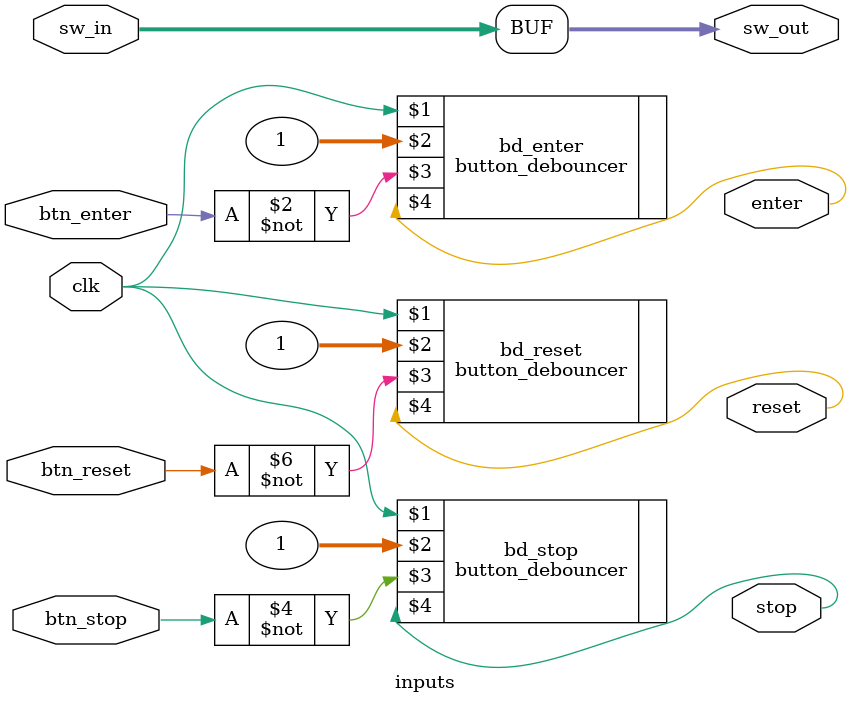
<source format=v>
module inputs(sw_out, enter, stop, reset, sw_in, btn_enter, btn_stop, btn_reset, clk);
	input btn_enter, btn_stop, btn_reset, clk;
	input [5:0] sw_in;
	output enter, stop, reset;
	output[5:0] sw_out;
	
	assign sw_out = sw_in;
	
	button_debouncer bd_enter(clk,1,~btn_enter,enter);
	button_debouncer bd_stop(clk,1,~btn_stop,stop);
	button_debouncer bd_reset(clk,1,~btn_reset,reset);
	
endmodule
</source>
